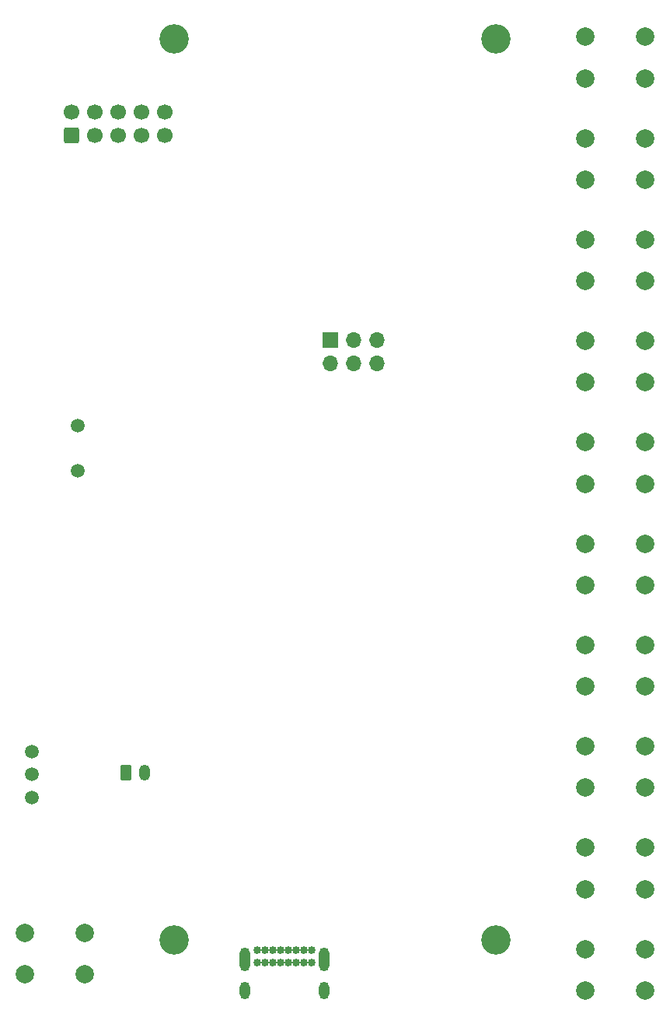
<source format=gbr>
%TF.GenerationSoftware,KiCad,Pcbnew,8.0.6*%
%TF.CreationDate,2024-10-29T14:36:32-05:00*%
%TF.ProjectId,tokenizer,746f6b65-6e69-47a6-9572-2e6b69636164,rev?*%
%TF.SameCoordinates,Original*%
%TF.FileFunction,Soldermask,Bot*%
%TF.FilePolarity,Negative*%
%FSLAX46Y46*%
G04 Gerber Fmt 4.6, Leading zero omitted, Abs format (unit mm)*
G04 Created by KiCad (PCBNEW 8.0.6) date 2024-10-29 14:36:32*
%MOMM*%
%LPD*%
G01*
G04 APERTURE LIST*
G04 Aperture macros list*
%AMRoundRect*
0 Rectangle with rounded corners*
0 $1 Rounding radius*
0 $2 $3 $4 $5 $6 $7 $8 $9 X,Y pos of 4 corners*
0 Add a 4 corners polygon primitive as box body*
4,1,4,$2,$3,$4,$5,$6,$7,$8,$9,$2,$3,0*
0 Add four circle primitives for the rounded corners*
1,1,$1+$1,$2,$3*
1,1,$1+$1,$4,$5*
1,1,$1+$1,$6,$7*
1,1,$1+$1,$8,$9*
0 Add four rect primitives between the rounded corners*
20,1,$1+$1,$2,$3,$4,$5,0*
20,1,$1+$1,$4,$5,$6,$7,0*
20,1,$1+$1,$6,$7,$8,$9,0*
20,1,$1+$1,$8,$9,$2,$3,0*%
G04 Aperture macros list end*
%ADD10C,2.000000*%
%ADD11C,3.200000*%
%ADD12C,1.500000*%
%ADD13R,1.700000X1.700000*%
%ADD14O,1.700000X1.700000*%
%ADD15RoundRect,0.250000X-0.350000X-0.625000X0.350000X-0.625000X0.350000X0.625000X-0.350000X0.625000X0*%
%ADD16O,1.200000X1.750000*%
%ADD17RoundRect,0.250000X0.600000X-0.600000X0.600000X0.600000X-0.600000X0.600000X-0.600000X-0.600000X0*%
%ADD18C,1.700000*%
%ADD19C,0.854000*%
%ADD20O,1.104000X1.904000*%
%ADD21O,1.104000X2.604000*%
G04 APERTURE END LIST*
D10*
%TO.C,SW7*%
X116250000Y-90361115D03*
X109750000Y-90361115D03*
X116250000Y-85861115D03*
X109750000Y-85861115D03*
%TD*%
%TO.C,SW4*%
X116250000Y-123444446D03*
X109750000Y-123444446D03*
X116250000Y-118944446D03*
X109750000Y-118944446D03*
%TD*%
%TO.C,SW3*%
X116250000Y-134472223D03*
X109750000Y-134472223D03*
X116250000Y-129972223D03*
X109750000Y-129972223D03*
%TD*%
%TO.C,SW2*%
X116250000Y-145500000D03*
X109750000Y-145500000D03*
X116250000Y-141000000D03*
X109750000Y-141000000D03*
%TD*%
D11*
%TO.C,H1*%
X65000000Y-140000000D03*
%TD*%
D12*
%TO.C,Y3*%
X54500000Y-84050000D03*
X54500000Y-88930000D03*
%TD*%
D10*
%TO.C,SW11*%
X116250000Y-46250000D03*
X109750000Y-46250000D03*
X116250000Y-41750000D03*
X109750000Y-41750000D03*
%TD*%
D13*
%TO.C,J4*%
X81975000Y-74710000D03*
D14*
X81975000Y-77250000D03*
X84515000Y-74710000D03*
X84515000Y-77250000D03*
X87055000Y-74710000D03*
X87055000Y-77250000D03*
%TD*%
D11*
%TO.C,H3*%
X65000000Y-42000000D03*
%TD*%
D10*
%TO.C,SW9*%
X116250000Y-68305561D03*
X109750000Y-68305561D03*
X116250000Y-63805561D03*
X109750000Y-63805561D03*
%TD*%
D15*
%TO.C,J2*%
X59739400Y-121773100D03*
D16*
X61739400Y-121773100D03*
%TD*%
D12*
%TO.C,S1*%
X49500000Y-119500000D03*
X49500000Y-122000000D03*
X49500000Y-124500000D03*
%TD*%
D11*
%TO.C,H2*%
X100000000Y-140000000D03*
%TD*%
%TO.C,H4*%
X100000000Y-42000000D03*
%TD*%
D17*
%TO.C,J5*%
X53840000Y-52500000D03*
D18*
X53840000Y-49960000D03*
X56380000Y-52500000D03*
X56380000Y-49960000D03*
X58920000Y-52500000D03*
X58920000Y-49960000D03*
X61460000Y-52500000D03*
X61460000Y-49960000D03*
X64000000Y-52500000D03*
X64000000Y-49960000D03*
%TD*%
D19*
%TO.C,J1*%
X74025000Y-141140000D03*
X74875000Y-141140000D03*
X75725000Y-141140000D03*
X76575000Y-141140000D03*
X77425000Y-141140000D03*
X78275000Y-141140000D03*
X79125000Y-141140000D03*
X79975000Y-141140000D03*
X79975000Y-142490000D03*
X79125000Y-142490000D03*
X78275000Y-142490000D03*
X77425000Y-142490000D03*
X76575000Y-142490000D03*
X75725000Y-142490000D03*
X74875000Y-142490000D03*
X74025000Y-142490000D03*
D20*
X72675000Y-145500000D03*
X81325000Y-145500000D03*
D21*
X72675000Y-142120000D03*
X81325000Y-142120000D03*
%TD*%
D10*
%TO.C,SW10*%
X116250000Y-57277784D03*
X109750000Y-57277784D03*
X116250000Y-52777784D03*
X109750000Y-52777784D03*
%TD*%
%TO.C,SW8*%
X116250000Y-79333338D03*
X109750000Y-79333338D03*
X116250000Y-74833338D03*
X109750000Y-74833338D03*
%TD*%
%TO.C,SW5*%
X116250000Y-112416669D03*
X109750000Y-112416669D03*
X116250000Y-107916669D03*
X109750000Y-107916669D03*
%TD*%
%TO.C,SW1*%
X48750000Y-139250000D03*
X55250000Y-139250000D03*
X48750000Y-143750000D03*
X55250000Y-143750000D03*
%TD*%
%TO.C,SW6*%
X116250000Y-101388892D03*
X109750000Y-101388892D03*
X116250000Y-96888892D03*
X109750000Y-96888892D03*
%TD*%
M02*

</source>
